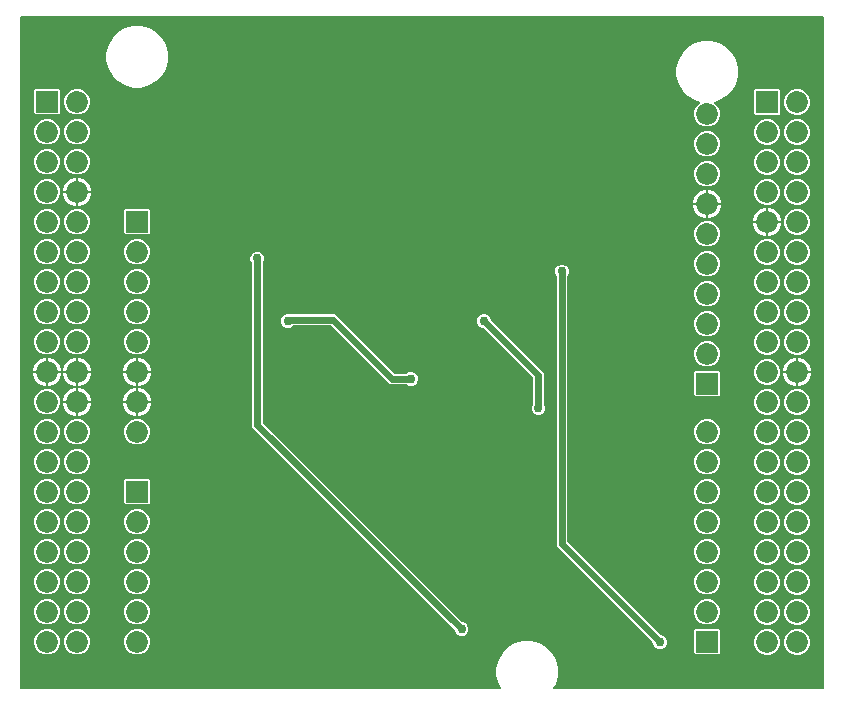
<source format=gbl>
G04 EAGLE Gerber RS-274X export*
G75*
%MOMM*%
%FSLAX34Y34*%
%LPD*%
%INBottom Copper*%
%IPPOS*%
%AMOC8*
5,1,8,0,0,1.08239X$1,22.5*%
G01*
G04 Define Apertures*
%ADD10R,1.850000X1.850000*%
%ADD11C,1.850000*%
%ADD12C,0.756400*%
%ADD13C,0.160000*%
%ADD14C,0.600000*%
G36*
X136925Y117320D02*
X136628Y117260D01*
X-269078Y117260D01*
X-269353Y117311D01*
X-269608Y117475D01*
X-269780Y117725D01*
X-269840Y118022D01*
X-269840Y686178D01*
X-269789Y686453D01*
X-269625Y686708D01*
X-269375Y686880D01*
X-269078Y686940D01*
X409678Y686940D01*
X409953Y686889D01*
X410208Y686725D01*
X410380Y686475D01*
X410440Y686178D01*
X410440Y118022D01*
X410389Y117747D01*
X410225Y117492D01*
X409975Y117320D01*
X409678Y117260D01*
X182372Y117260D01*
X182013Y117350D01*
X181779Y117544D01*
X181640Y117813D01*
X181616Y118115D01*
X181712Y118403D01*
X183761Y121951D01*
X185535Y128572D01*
X185535Y135428D01*
X183761Y142049D01*
X180333Y147986D01*
X175486Y152833D01*
X169549Y156261D01*
X162928Y158035D01*
X156072Y158035D01*
X149451Y156261D01*
X143514Y152833D01*
X138667Y147986D01*
X135239Y142049D01*
X133465Y135428D01*
X133465Y128572D01*
X135239Y121951D01*
X137288Y118403D01*
X137389Y118046D01*
X137338Y117747D01*
X137175Y117492D01*
X136925Y117320D01*
G37*
%LPC*%
G36*
X-174128Y626665D02*
X-167272Y626665D01*
X-160651Y628439D01*
X-154714Y631867D01*
X-149867Y636714D01*
X-146439Y642651D01*
X-144665Y649272D01*
X-144665Y656128D01*
X-146439Y662749D01*
X-149867Y668686D01*
X-154714Y673533D01*
X-160651Y676961D01*
X-167272Y678735D01*
X-174128Y678735D01*
X-180749Y676961D01*
X-186686Y673533D01*
X-191533Y668686D01*
X-194961Y662749D01*
X-196735Y656128D01*
X-196735Y649272D01*
X-194961Y642651D01*
X-191533Y636714D01*
X-186686Y631867D01*
X-180749Y628439D01*
X-174128Y626665D01*
G37*
G36*
X309757Y593666D02*
X314043Y593666D01*
X318003Y595306D01*
X321034Y598337D01*
X322674Y602297D01*
X322674Y606583D01*
X321034Y610543D01*
X318062Y613514D01*
X317872Y613833D01*
X317843Y614135D01*
X317935Y614424D01*
X318132Y614654D01*
X318404Y614789D01*
X321949Y615739D01*
X327886Y619167D01*
X332733Y624014D01*
X336161Y629951D01*
X337935Y636572D01*
X337935Y643428D01*
X336161Y650049D01*
X332733Y655986D01*
X327886Y660833D01*
X321949Y664261D01*
X315328Y666035D01*
X308472Y666035D01*
X301851Y664261D01*
X295914Y660833D01*
X291067Y655986D01*
X287639Y650049D01*
X285865Y643428D01*
X285865Y636572D01*
X287639Y629951D01*
X291067Y624014D01*
X295914Y619167D01*
X301851Y615739D01*
X305396Y614789D01*
X305720Y614609D01*
X305896Y614362D01*
X305961Y614065D01*
X305905Y613767D01*
X305738Y613514D01*
X302766Y610543D01*
X301126Y606583D01*
X301126Y602297D01*
X302766Y598337D01*
X305797Y595306D01*
X309757Y593666D01*
G37*
G36*
X-223643Y603826D02*
X-219357Y603826D01*
X-215397Y605466D01*
X-212366Y608497D01*
X-210726Y612457D01*
X-210726Y616743D01*
X-212366Y620703D01*
X-215397Y623734D01*
X-219357Y625374D01*
X-223643Y625374D01*
X-227603Y623734D01*
X-230634Y620703D01*
X-232274Y616743D01*
X-232274Y612457D01*
X-230634Y608497D01*
X-227603Y605466D01*
X-223643Y603826D01*
G37*
G36*
X-256781Y603826D02*
X-237019Y603826D01*
X-236126Y604719D01*
X-236126Y624481D01*
X-237019Y625374D01*
X-256781Y625374D01*
X-257674Y624481D01*
X-257674Y604719D01*
X-256781Y603826D01*
G37*
G36*
X352819Y603576D02*
X372581Y603576D01*
X373474Y604469D01*
X373474Y624231D01*
X372581Y625124D01*
X352819Y625124D01*
X351926Y624231D01*
X351926Y604469D01*
X352819Y603576D01*
G37*
G36*
X385957Y603576D02*
X390243Y603576D01*
X394203Y605216D01*
X397234Y608247D01*
X398874Y612207D01*
X398874Y616493D01*
X397234Y620453D01*
X394203Y623484D01*
X390243Y625124D01*
X385957Y625124D01*
X381997Y623484D01*
X378966Y620453D01*
X377326Y616493D01*
X377326Y612207D01*
X378966Y608247D01*
X381997Y605216D01*
X385957Y603576D01*
G37*
G36*
X-223643Y578426D02*
X-219357Y578426D01*
X-215397Y580066D01*
X-212366Y583097D01*
X-210726Y587057D01*
X-210726Y591343D01*
X-212366Y595303D01*
X-215397Y598334D01*
X-219357Y599974D01*
X-223643Y599974D01*
X-227603Y598334D01*
X-230634Y595303D01*
X-232274Y591343D01*
X-232274Y587057D01*
X-230634Y583097D01*
X-227603Y580066D01*
X-223643Y578426D01*
G37*
G36*
X-249043Y578426D02*
X-244757Y578426D01*
X-240797Y580066D01*
X-237766Y583097D01*
X-236126Y587057D01*
X-236126Y591343D01*
X-237766Y595303D01*
X-240797Y598334D01*
X-244757Y599974D01*
X-249043Y599974D01*
X-253003Y598334D01*
X-256034Y595303D01*
X-257674Y591343D01*
X-257674Y587057D01*
X-256034Y583097D01*
X-253003Y580066D01*
X-249043Y578426D01*
G37*
G36*
X385957Y578176D02*
X390243Y578176D01*
X394203Y579816D01*
X397234Y582847D01*
X398874Y586807D01*
X398874Y591093D01*
X397234Y595053D01*
X394203Y598084D01*
X390243Y599724D01*
X385957Y599724D01*
X381997Y598084D01*
X378966Y595053D01*
X377326Y591093D01*
X377326Y586807D01*
X378966Y582847D01*
X381997Y579816D01*
X385957Y578176D01*
G37*
G36*
X360557Y578176D02*
X364843Y578176D01*
X368803Y579816D01*
X371834Y582847D01*
X373474Y586807D01*
X373474Y591093D01*
X371834Y595053D01*
X368803Y598084D01*
X364843Y599724D01*
X360557Y599724D01*
X356597Y598084D01*
X353566Y595053D01*
X351926Y591093D01*
X351926Y586807D01*
X353566Y582847D01*
X356597Y579816D01*
X360557Y578176D01*
G37*
G36*
X309757Y568266D02*
X314043Y568266D01*
X318003Y569906D01*
X321034Y572937D01*
X322674Y576897D01*
X322674Y581183D01*
X321034Y585143D01*
X318003Y588174D01*
X314043Y589814D01*
X309757Y589814D01*
X305797Y588174D01*
X302766Y585143D01*
X301126Y581183D01*
X301126Y576897D01*
X302766Y572937D01*
X305797Y569906D01*
X309757Y568266D01*
G37*
G36*
X-249043Y553026D02*
X-244757Y553026D01*
X-240797Y554666D01*
X-237766Y557697D01*
X-236126Y561657D01*
X-236126Y565943D01*
X-237766Y569903D01*
X-240797Y572934D01*
X-244757Y574574D01*
X-249043Y574574D01*
X-253003Y572934D01*
X-256034Y569903D01*
X-257674Y565943D01*
X-257674Y561657D01*
X-256034Y557697D01*
X-253003Y554666D01*
X-249043Y553026D01*
G37*
G36*
X-223643Y553026D02*
X-219357Y553026D01*
X-215397Y554666D01*
X-212366Y557697D01*
X-210726Y561657D01*
X-210726Y565943D01*
X-212366Y569903D01*
X-215397Y572934D01*
X-219357Y574574D01*
X-223643Y574574D01*
X-227603Y572934D01*
X-230634Y569903D01*
X-232274Y565943D01*
X-232274Y561657D01*
X-230634Y557697D01*
X-227603Y554666D01*
X-223643Y553026D01*
G37*
G36*
X385957Y552776D02*
X390243Y552776D01*
X394203Y554416D01*
X397234Y557447D01*
X398874Y561407D01*
X398874Y565693D01*
X397234Y569653D01*
X394203Y572684D01*
X390243Y574324D01*
X385957Y574324D01*
X381997Y572684D01*
X378966Y569653D01*
X377326Y565693D01*
X377326Y561407D01*
X378966Y557447D01*
X381997Y554416D01*
X385957Y552776D01*
G37*
G36*
X360557Y552776D02*
X364843Y552776D01*
X368803Y554416D01*
X371834Y557447D01*
X373474Y561407D01*
X373474Y565693D01*
X371834Y569653D01*
X368803Y572684D01*
X364843Y574324D01*
X360557Y574324D01*
X356597Y572684D01*
X353566Y569653D01*
X351926Y565693D01*
X351926Y561407D01*
X353566Y557447D01*
X356597Y554416D01*
X360557Y552776D01*
G37*
G36*
X309757Y542866D02*
X314043Y542866D01*
X318003Y544506D01*
X321034Y547537D01*
X322674Y551497D01*
X322674Y555783D01*
X321034Y559743D01*
X318003Y562774D01*
X314043Y564414D01*
X309757Y564414D01*
X305797Y562774D01*
X302766Y559743D01*
X301126Y555783D01*
X301126Y551497D01*
X302766Y547537D01*
X305797Y544506D01*
X309757Y542866D01*
G37*
G36*
X-233290Y539162D02*
X-222262Y539162D01*
X-222262Y550190D01*
X-223845Y550190D01*
X-228179Y548395D01*
X-231495Y545079D01*
X-233290Y540745D01*
X-233290Y539162D01*
G37*
G36*
X-220738Y539162D02*
X-209710Y539162D01*
X-209710Y540745D01*
X-211505Y545079D01*
X-214822Y548395D01*
X-219155Y550190D01*
X-220738Y550190D01*
X-220738Y539162D01*
G37*
G36*
X-249043Y527626D02*
X-244757Y527626D01*
X-240797Y529266D01*
X-237766Y532297D01*
X-236126Y536257D01*
X-236126Y540543D01*
X-237766Y544503D01*
X-240797Y547534D01*
X-244757Y549174D01*
X-249043Y549174D01*
X-253003Y547534D01*
X-256034Y544503D01*
X-257674Y540543D01*
X-257674Y536257D01*
X-256034Y532297D01*
X-253003Y529266D01*
X-249043Y527626D01*
G37*
G36*
X385957Y527376D02*
X390243Y527376D01*
X394203Y529016D01*
X397234Y532047D01*
X398874Y536007D01*
X398874Y540293D01*
X397234Y544253D01*
X394203Y547284D01*
X390243Y548924D01*
X385957Y548924D01*
X381997Y547284D01*
X378966Y544253D01*
X377326Y540293D01*
X377326Y536007D01*
X378966Y532047D01*
X381997Y529016D01*
X385957Y527376D01*
G37*
G36*
X360557Y527376D02*
X364843Y527376D01*
X368803Y529016D01*
X371834Y532047D01*
X373474Y536007D01*
X373474Y540293D01*
X371834Y544253D01*
X368803Y547284D01*
X364843Y548924D01*
X360557Y548924D01*
X356597Y547284D01*
X353566Y544253D01*
X351926Y540293D01*
X351926Y536007D01*
X353566Y532047D01*
X356597Y529016D01*
X360557Y527376D01*
G37*
G36*
X300110Y529002D02*
X311138Y529002D01*
X311138Y540030D01*
X309555Y540030D01*
X305222Y538235D01*
X301905Y534919D01*
X300110Y530585D01*
X300110Y529002D01*
G37*
G36*
X312662Y529002D02*
X323690Y529002D01*
X323690Y530585D01*
X321895Y534919D01*
X318579Y538235D01*
X314245Y540030D01*
X312662Y540030D01*
X312662Y529002D01*
G37*
G36*
X-220738Y526610D02*
X-219155Y526610D01*
X-214822Y528405D01*
X-211505Y531722D01*
X-209710Y536055D01*
X-209710Y537638D01*
X-220738Y537638D01*
X-220738Y526610D01*
G37*
G36*
X-223845Y526610D02*
X-222262Y526610D01*
X-222262Y537638D01*
X-233290Y537638D01*
X-233290Y536055D01*
X-231495Y531722D01*
X-228179Y528405D01*
X-223845Y526610D01*
G37*
G36*
X312662Y516450D02*
X314245Y516450D01*
X318579Y518245D01*
X321895Y521562D01*
X323690Y525895D01*
X323690Y527478D01*
X312662Y527478D01*
X312662Y516450D01*
G37*
G36*
X309555Y516450D02*
X311138Y516450D01*
X311138Y527478D01*
X300110Y527478D01*
X300110Y525895D01*
X301905Y521562D01*
X305222Y518245D01*
X309555Y516450D01*
G37*
G36*
X363462Y513512D02*
X374490Y513512D01*
X374490Y515095D01*
X372695Y519429D01*
X369379Y522745D01*
X365045Y524540D01*
X363462Y524540D01*
X363462Y513512D01*
G37*
G36*
X350910Y513512D02*
X361938Y513512D01*
X361938Y524540D01*
X360355Y524540D01*
X356022Y522745D01*
X352705Y519429D01*
X350910Y515095D01*
X350910Y513512D01*
G37*
G36*
X-249043Y502226D02*
X-244757Y502226D01*
X-240797Y503866D01*
X-237766Y506897D01*
X-236126Y510857D01*
X-236126Y515143D01*
X-237766Y519103D01*
X-240797Y522134D01*
X-244757Y523774D01*
X-249043Y523774D01*
X-253003Y522134D01*
X-256034Y519103D01*
X-257674Y515143D01*
X-257674Y510857D01*
X-256034Y506897D01*
X-253003Y503866D01*
X-249043Y502226D01*
G37*
G36*
X-180581Y502226D02*
X-160819Y502226D01*
X-159926Y503119D01*
X-159926Y522881D01*
X-160819Y523774D01*
X-180581Y523774D01*
X-181474Y522881D01*
X-181474Y503119D01*
X-180581Y502226D01*
G37*
G36*
X-223643Y502226D02*
X-219357Y502226D01*
X-215397Y503866D01*
X-212366Y506897D01*
X-210726Y510857D01*
X-210726Y515143D01*
X-212366Y519103D01*
X-215397Y522134D01*
X-219357Y523774D01*
X-223643Y523774D01*
X-227603Y522134D01*
X-230634Y519103D01*
X-232274Y515143D01*
X-232274Y510857D01*
X-230634Y506897D01*
X-227603Y503866D01*
X-223643Y502226D01*
G37*
G36*
X385957Y501976D02*
X390243Y501976D01*
X394203Y503616D01*
X397234Y506647D01*
X398874Y510607D01*
X398874Y514893D01*
X397234Y518853D01*
X394203Y521884D01*
X390243Y523524D01*
X385957Y523524D01*
X381997Y521884D01*
X378966Y518853D01*
X377326Y514893D01*
X377326Y510607D01*
X378966Y506647D01*
X381997Y503616D01*
X385957Y501976D01*
G37*
G36*
X309757Y492066D02*
X314043Y492066D01*
X318003Y493706D01*
X321034Y496737D01*
X322674Y500697D01*
X322674Y504983D01*
X321034Y508943D01*
X318003Y511974D01*
X314043Y513614D01*
X309757Y513614D01*
X305797Y511974D01*
X302766Y508943D01*
X301126Y504983D01*
X301126Y500697D01*
X302766Y496737D01*
X305797Y493706D01*
X309757Y492066D01*
G37*
G36*
X363462Y500960D02*
X365045Y500960D01*
X369379Y502755D01*
X372695Y506072D01*
X374490Y510405D01*
X374490Y511988D01*
X363462Y511988D01*
X363462Y500960D01*
G37*
G36*
X360355Y500960D02*
X361938Y500960D01*
X361938Y511988D01*
X350910Y511988D01*
X350910Y510405D01*
X352705Y506072D01*
X356022Y502755D01*
X360355Y500960D01*
G37*
G36*
X-172843Y476826D02*
X-168557Y476826D01*
X-164597Y478466D01*
X-161566Y481497D01*
X-159926Y485457D01*
X-159926Y489743D01*
X-161566Y493703D01*
X-164597Y496734D01*
X-168557Y498374D01*
X-172843Y498374D01*
X-176803Y496734D01*
X-179834Y493703D01*
X-181474Y489743D01*
X-181474Y485457D01*
X-179834Y481497D01*
X-176803Y478466D01*
X-172843Y476826D01*
G37*
G36*
X-249043Y476826D02*
X-244757Y476826D01*
X-240797Y478466D01*
X-237766Y481497D01*
X-236126Y485457D01*
X-236126Y489743D01*
X-237766Y493703D01*
X-240797Y496734D01*
X-244757Y498374D01*
X-249043Y498374D01*
X-253003Y496734D01*
X-256034Y493703D01*
X-257674Y489743D01*
X-257674Y485457D01*
X-256034Y481497D01*
X-253003Y478466D01*
X-249043Y476826D01*
G37*
G36*
X-223643Y476826D02*
X-219357Y476826D01*
X-215397Y478466D01*
X-212366Y481497D01*
X-210726Y485457D01*
X-210726Y489743D01*
X-212366Y493703D01*
X-215397Y496734D01*
X-219357Y498374D01*
X-223643Y498374D01*
X-227603Y496734D01*
X-230634Y493703D01*
X-232274Y489743D01*
X-232274Y485457D01*
X-230634Y481497D01*
X-227603Y478466D01*
X-223643Y476826D01*
G37*
G36*
X385957Y476576D02*
X390243Y476576D01*
X394203Y478216D01*
X397234Y481247D01*
X398874Y485207D01*
X398874Y489493D01*
X397234Y493453D01*
X394203Y496484D01*
X390243Y498124D01*
X385957Y498124D01*
X381997Y496484D01*
X378966Y493453D01*
X377326Y489493D01*
X377326Y485207D01*
X378966Y481247D01*
X381997Y478216D01*
X385957Y476576D01*
G37*
G36*
X360557Y476576D02*
X364843Y476576D01*
X368803Y478216D01*
X371834Y481247D01*
X373474Y485207D01*
X373474Y489493D01*
X371834Y493453D01*
X368803Y496484D01*
X364843Y498124D01*
X360557Y498124D01*
X356597Y496484D01*
X353566Y493453D01*
X351926Y489493D01*
X351926Y485207D01*
X353566Y481247D01*
X356597Y478216D01*
X360557Y476576D01*
G37*
G36*
X309757Y466666D02*
X314043Y466666D01*
X318003Y468306D01*
X321034Y471337D01*
X322674Y475297D01*
X322674Y479583D01*
X321034Y483543D01*
X318003Y486574D01*
X314043Y488214D01*
X309757Y488214D01*
X305797Y486574D01*
X302766Y483543D01*
X301126Y479583D01*
X301126Y475297D01*
X302766Y471337D01*
X305797Y468306D01*
X309757Y466666D01*
G37*
G36*
X102850Y162218D02*
X105150Y162218D01*
X107275Y163098D01*
X108902Y164725D01*
X109782Y166850D01*
X109782Y169150D01*
X108902Y171275D01*
X107275Y172902D01*
X105150Y173782D01*
X104932Y173782D01*
X104646Y173838D01*
X104393Y174005D01*
X-64253Y342651D01*
X-64416Y342892D01*
X-64476Y343190D01*
X-64476Y478031D01*
X-64420Y478317D01*
X-64253Y478570D01*
X-64098Y478725D01*
X-63218Y480850D01*
X-63218Y483150D01*
X-64098Y485275D01*
X-65725Y486902D01*
X-67850Y487782D01*
X-70150Y487782D01*
X-72275Y486902D01*
X-73902Y485275D01*
X-74782Y483150D01*
X-74782Y480850D01*
X-73902Y478725D01*
X-73747Y478570D01*
X-73584Y478329D01*
X-73524Y478031D01*
X-73524Y339126D01*
X97995Y167607D01*
X98158Y167366D01*
X98218Y167068D01*
X98218Y166850D01*
X99098Y164725D01*
X100725Y163098D01*
X102850Y162218D01*
G37*
G36*
X270850Y151218D02*
X273150Y151218D01*
X275275Y152098D01*
X276902Y153725D01*
X277782Y155850D01*
X277782Y158150D01*
X276902Y160275D01*
X275275Y161902D01*
X273150Y162782D01*
X272932Y162782D01*
X272646Y162838D01*
X272393Y163005D01*
X193747Y241651D01*
X193584Y241892D01*
X193524Y242190D01*
X193524Y467031D01*
X193580Y467317D01*
X193747Y467570D01*
X193902Y467725D01*
X194782Y469850D01*
X194782Y472150D01*
X193902Y474275D01*
X192275Y475902D01*
X190150Y476782D01*
X187850Y476782D01*
X185725Y475902D01*
X184098Y474275D01*
X183218Y472150D01*
X183218Y469850D01*
X184098Y467725D01*
X184253Y467570D01*
X184416Y467329D01*
X184476Y467031D01*
X184476Y238126D01*
X265995Y156607D01*
X266158Y156366D01*
X266218Y156068D01*
X266218Y155850D01*
X267098Y153725D01*
X268725Y152098D01*
X270850Y151218D01*
G37*
G36*
X-249043Y451426D02*
X-244757Y451426D01*
X-240797Y453066D01*
X-237766Y456097D01*
X-236126Y460057D01*
X-236126Y464343D01*
X-237766Y468303D01*
X-240797Y471334D01*
X-244757Y472974D01*
X-249043Y472974D01*
X-253003Y471334D01*
X-256034Y468303D01*
X-257674Y464343D01*
X-257674Y460057D01*
X-256034Y456097D01*
X-253003Y453066D01*
X-249043Y451426D01*
G37*
G36*
X-172843Y451426D02*
X-168557Y451426D01*
X-164597Y453066D01*
X-161566Y456097D01*
X-159926Y460057D01*
X-159926Y464343D01*
X-161566Y468303D01*
X-164597Y471334D01*
X-168557Y472974D01*
X-172843Y472974D01*
X-176803Y471334D01*
X-179834Y468303D01*
X-181474Y464343D01*
X-181474Y460057D01*
X-179834Y456097D01*
X-176803Y453066D01*
X-172843Y451426D01*
G37*
G36*
X-223643Y451426D02*
X-219357Y451426D01*
X-215397Y453066D01*
X-212366Y456097D01*
X-210726Y460057D01*
X-210726Y464343D01*
X-212366Y468303D01*
X-215397Y471334D01*
X-219357Y472974D01*
X-223643Y472974D01*
X-227603Y471334D01*
X-230634Y468303D01*
X-232274Y464343D01*
X-232274Y460057D01*
X-230634Y456097D01*
X-227603Y453066D01*
X-223643Y451426D01*
G37*
G36*
X360557Y451176D02*
X364843Y451176D01*
X368803Y452816D01*
X371834Y455847D01*
X373474Y459807D01*
X373474Y464093D01*
X371834Y468053D01*
X368803Y471084D01*
X364843Y472724D01*
X360557Y472724D01*
X356597Y471084D01*
X353566Y468053D01*
X351926Y464093D01*
X351926Y459807D01*
X353566Y455847D01*
X356597Y452816D01*
X360557Y451176D01*
G37*
G36*
X385957Y451176D02*
X390243Y451176D01*
X394203Y452816D01*
X397234Y455847D01*
X398874Y459807D01*
X398874Y464093D01*
X397234Y468053D01*
X394203Y471084D01*
X390243Y472724D01*
X385957Y472724D01*
X381997Y471084D01*
X378966Y468053D01*
X377326Y464093D01*
X377326Y459807D01*
X378966Y455847D01*
X381997Y452816D01*
X385957Y451176D01*
G37*
G36*
X309757Y441266D02*
X314043Y441266D01*
X318003Y442906D01*
X321034Y445937D01*
X322674Y449897D01*
X322674Y454183D01*
X321034Y458143D01*
X318003Y461174D01*
X314043Y462814D01*
X309757Y462814D01*
X305797Y461174D01*
X302766Y458143D01*
X301126Y454183D01*
X301126Y449897D01*
X302766Y445937D01*
X305797Y442906D01*
X309757Y441266D01*
G37*
G36*
X-172843Y426026D02*
X-168557Y426026D01*
X-164597Y427666D01*
X-161566Y430697D01*
X-159926Y434657D01*
X-159926Y438943D01*
X-161566Y442903D01*
X-164597Y445934D01*
X-168557Y447574D01*
X-172843Y447574D01*
X-176803Y445934D01*
X-179834Y442903D01*
X-181474Y438943D01*
X-181474Y434657D01*
X-179834Y430697D01*
X-176803Y427666D01*
X-172843Y426026D01*
G37*
G36*
X-223643Y426026D02*
X-219357Y426026D01*
X-215397Y427666D01*
X-212366Y430697D01*
X-210726Y434657D01*
X-210726Y438943D01*
X-212366Y442903D01*
X-215397Y445934D01*
X-219357Y447574D01*
X-223643Y447574D01*
X-227603Y445934D01*
X-230634Y442903D01*
X-232274Y438943D01*
X-232274Y434657D01*
X-230634Y430697D01*
X-227603Y427666D01*
X-223643Y426026D01*
G37*
G36*
X-249043Y426026D02*
X-244757Y426026D01*
X-240797Y427666D01*
X-237766Y430697D01*
X-236126Y434657D01*
X-236126Y438943D01*
X-237766Y442903D01*
X-240797Y445934D01*
X-244757Y447574D01*
X-249043Y447574D01*
X-253003Y445934D01*
X-256034Y442903D01*
X-257674Y438943D01*
X-257674Y434657D01*
X-256034Y430697D01*
X-253003Y427666D01*
X-249043Y426026D01*
G37*
G36*
X385957Y425776D02*
X390243Y425776D01*
X394203Y427416D01*
X397234Y430447D01*
X398874Y434407D01*
X398874Y438693D01*
X397234Y442653D01*
X394203Y445684D01*
X390243Y447324D01*
X385957Y447324D01*
X381997Y445684D01*
X378966Y442653D01*
X377326Y438693D01*
X377326Y434407D01*
X378966Y430447D01*
X381997Y427416D01*
X385957Y425776D01*
G37*
G36*
X360557Y425776D02*
X364843Y425776D01*
X368803Y427416D01*
X371834Y430447D01*
X373474Y434407D01*
X373474Y438693D01*
X371834Y442653D01*
X368803Y445684D01*
X364843Y447324D01*
X360557Y447324D01*
X356597Y445684D01*
X353566Y442653D01*
X351926Y438693D01*
X351926Y434407D01*
X353566Y430447D01*
X356597Y427416D01*
X360557Y425776D01*
G37*
G36*
X309757Y415866D02*
X314043Y415866D01*
X318003Y417506D01*
X321034Y420537D01*
X322674Y424497D01*
X322674Y428783D01*
X321034Y432743D01*
X318003Y435774D01*
X314043Y437414D01*
X309757Y437414D01*
X305797Y435774D01*
X302766Y432743D01*
X301126Y428783D01*
X301126Y424497D01*
X302766Y420537D01*
X305797Y417506D01*
X309757Y415866D01*
G37*
G36*
X167850Y349218D02*
X170150Y349218D01*
X172275Y350098D01*
X173902Y351725D01*
X174782Y353850D01*
X174782Y356150D01*
X173902Y358275D01*
X173747Y358430D01*
X173584Y358671D01*
X173524Y358969D01*
X173524Y384874D01*
X129005Y429393D01*
X128842Y429634D01*
X128782Y429932D01*
X128782Y430150D01*
X127902Y432275D01*
X126275Y433902D01*
X124150Y434782D01*
X121850Y434782D01*
X119725Y433902D01*
X118098Y432275D01*
X117218Y430150D01*
X117218Y427850D01*
X118098Y425725D01*
X119725Y424098D01*
X121850Y423218D01*
X122068Y423218D01*
X122354Y423162D01*
X122607Y422995D01*
X164253Y381349D01*
X164416Y381108D01*
X164476Y380810D01*
X164476Y358969D01*
X164420Y358683D01*
X164253Y358430D01*
X164098Y358275D01*
X163218Y356150D01*
X163218Y353850D01*
X164098Y351725D01*
X165725Y350098D01*
X167850Y349218D01*
G37*
G36*
X59850Y374218D02*
X62150Y374218D01*
X64275Y375098D01*
X65902Y376725D01*
X66782Y378850D01*
X66782Y381150D01*
X65902Y383275D01*
X64275Y384902D01*
X62150Y385782D01*
X59850Y385782D01*
X57725Y384902D01*
X57570Y384747D01*
X57329Y384584D01*
X57031Y384524D01*
X47190Y384524D01*
X46904Y384580D01*
X46651Y384747D01*
X-3126Y434524D01*
X-41075Y434524D01*
X-41367Y434582D01*
X-41850Y434782D01*
X-44150Y434782D01*
X-46275Y433902D01*
X-47902Y432275D01*
X-48782Y430150D01*
X-48782Y427850D01*
X-47902Y425725D01*
X-46275Y424098D01*
X-44150Y423218D01*
X-41850Y423218D01*
X-39725Y424098D01*
X-38570Y425253D01*
X-38329Y425416D01*
X-38031Y425476D01*
X-7190Y425476D01*
X-6904Y425420D01*
X-6651Y425253D01*
X43126Y375476D01*
X57031Y375476D01*
X57317Y375420D01*
X57570Y375253D01*
X57725Y375098D01*
X59850Y374218D01*
G37*
G36*
X-172843Y400626D02*
X-168557Y400626D01*
X-164597Y402266D01*
X-161566Y405297D01*
X-159926Y409257D01*
X-159926Y413543D01*
X-161566Y417503D01*
X-164597Y420534D01*
X-168557Y422174D01*
X-172843Y422174D01*
X-176803Y420534D01*
X-179834Y417503D01*
X-181474Y413543D01*
X-181474Y409257D01*
X-179834Y405297D01*
X-176803Y402266D01*
X-172843Y400626D01*
G37*
G36*
X-223643Y400626D02*
X-219357Y400626D01*
X-215397Y402266D01*
X-212366Y405297D01*
X-210726Y409257D01*
X-210726Y413543D01*
X-212366Y417503D01*
X-215397Y420534D01*
X-219357Y422174D01*
X-223643Y422174D01*
X-227603Y420534D01*
X-230634Y417503D01*
X-232274Y413543D01*
X-232274Y409257D01*
X-230634Y405297D01*
X-227603Y402266D01*
X-223643Y400626D01*
G37*
G36*
X-249043Y400626D02*
X-244757Y400626D01*
X-240797Y402266D01*
X-237766Y405297D01*
X-236126Y409257D01*
X-236126Y413543D01*
X-237766Y417503D01*
X-240797Y420534D01*
X-244757Y422174D01*
X-249043Y422174D01*
X-253003Y420534D01*
X-256034Y417503D01*
X-257674Y413543D01*
X-257674Y409257D01*
X-256034Y405297D01*
X-253003Y402266D01*
X-249043Y400626D01*
G37*
G36*
X360557Y400376D02*
X364843Y400376D01*
X368803Y402016D01*
X371834Y405047D01*
X373474Y409007D01*
X373474Y413293D01*
X371834Y417253D01*
X368803Y420284D01*
X364843Y421924D01*
X360557Y421924D01*
X356597Y420284D01*
X353566Y417253D01*
X351926Y413293D01*
X351926Y409007D01*
X353566Y405047D01*
X356597Y402016D01*
X360557Y400376D01*
G37*
G36*
X385957Y400376D02*
X390243Y400376D01*
X394203Y402016D01*
X397234Y405047D01*
X398874Y409007D01*
X398874Y413293D01*
X397234Y417253D01*
X394203Y420284D01*
X390243Y421924D01*
X385957Y421924D01*
X381997Y420284D01*
X378966Y417253D01*
X377326Y413293D01*
X377326Y409007D01*
X378966Y405047D01*
X381997Y402016D01*
X385957Y400376D01*
G37*
G36*
X309757Y390466D02*
X314043Y390466D01*
X318003Y392106D01*
X321034Y395137D01*
X322674Y399097D01*
X322674Y403383D01*
X321034Y407343D01*
X318003Y410374D01*
X314043Y412014D01*
X309757Y412014D01*
X305797Y410374D01*
X302766Y407343D01*
X301126Y403383D01*
X301126Y399097D01*
X302766Y395137D01*
X305797Y392106D01*
X309757Y390466D01*
G37*
G36*
X-246138Y386762D02*
X-235110Y386762D01*
X-235110Y388345D01*
X-236905Y392679D01*
X-240222Y395995D01*
X-244555Y397790D01*
X-246138Y397790D01*
X-246138Y386762D01*
G37*
G36*
X-220738Y386762D02*
X-209710Y386762D01*
X-209710Y388345D01*
X-211505Y392679D01*
X-214822Y395995D01*
X-219155Y397790D01*
X-220738Y397790D01*
X-220738Y386762D01*
G37*
G36*
X-233290Y386762D02*
X-222262Y386762D01*
X-222262Y397790D01*
X-223845Y397790D01*
X-228179Y395995D01*
X-231495Y392679D01*
X-233290Y388345D01*
X-233290Y386762D01*
G37*
G36*
X-258690Y386762D02*
X-247662Y386762D01*
X-247662Y397790D01*
X-249245Y397790D01*
X-253579Y395995D01*
X-256895Y392679D01*
X-258690Y388345D01*
X-258690Y386762D01*
G37*
G36*
X-182490Y386762D02*
X-171462Y386762D01*
X-171462Y397790D01*
X-173045Y397790D01*
X-177379Y395995D01*
X-180695Y392679D01*
X-182490Y388345D01*
X-182490Y386762D01*
G37*
G36*
X-169938Y386762D02*
X-158910Y386762D01*
X-158910Y388345D01*
X-160705Y392679D01*
X-164022Y395995D01*
X-168355Y397790D01*
X-169938Y397790D01*
X-169938Y386762D01*
G37*
G36*
X376310Y386512D02*
X387338Y386512D01*
X387338Y397540D01*
X385755Y397540D01*
X381422Y395745D01*
X378105Y392429D01*
X376310Y388095D01*
X376310Y386512D01*
G37*
G36*
X388862Y386512D02*
X399890Y386512D01*
X399890Y388095D01*
X398095Y392429D01*
X394779Y395745D01*
X390445Y397540D01*
X388862Y397540D01*
X388862Y386512D01*
G37*
G36*
X360557Y374976D02*
X364843Y374976D01*
X368803Y376616D01*
X371834Y379647D01*
X373474Y383607D01*
X373474Y387893D01*
X371834Y391853D01*
X368803Y394884D01*
X364843Y396524D01*
X360557Y396524D01*
X356597Y394884D01*
X353566Y391853D01*
X351926Y387893D01*
X351926Y383607D01*
X353566Y379647D01*
X356597Y376616D01*
X360557Y374976D01*
G37*
G36*
X302019Y365066D02*
X321781Y365066D01*
X322674Y365959D01*
X322674Y385721D01*
X321781Y386614D01*
X302019Y386614D01*
X301126Y385721D01*
X301126Y365959D01*
X302019Y365066D01*
G37*
G36*
X-223845Y374210D02*
X-222262Y374210D01*
X-222262Y385238D01*
X-233290Y385238D01*
X-233290Y383655D01*
X-231495Y379322D01*
X-228179Y376005D01*
X-223845Y374210D01*
G37*
G36*
X-169938Y374210D02*
X-168355Y374210D01*
X-164022Y376005D01*
X-160705Y379322D01*
X-158910Y383655D01*
X-158910Y385238D01*
X-169938Y385238D01*
X-169938Y374210D01*
G37*
G36*
X-173045Y374210D02*
X-171462Y374210D01*
X-171462Y385238D01*
X-182490Y385238D01*
X-182490Y383655D01*
X-180695Y379322D01*
X-177379Y376005D01*
X-173045Y374210D01*
G37*
G36*
X-220738Y374210D02*
X-219155Y374210D01*
X-214822Y376005D01*
X-211505Y379322D01*
X-209710Y383655D01*
X-209710Y385238D01*
X-220738Y385238D01*
X-220738Y374210D01*
G37*
G36*
X-246138Y374210D02*
X-244555Y374210D01*
X-240222Y376005D01*
X-236905Y379322D01*
X-235110Y383655D01*
X-235110Y385238D01*
X-246138Y385238D01*
X-246138Y374210D01*
G37*
G36*
X-249245Y374210D02*
X-247662Y374210D01*
X-247662Y385238D01*
X-258690Y385238D01*
X-258690Y383655D01*
X-256895Y379322D01*
X-253579Y376005D01*
X-249245Y374210D01*
G37*
G36*
X385755Y373960D02*
X387338Y373960D01*
X387338Y384988D01*
X376310Y384988D01*
X376310Y383405D01*
X378105Y379072D01*
X381422Y375755D01*
X385755Y373960D01*
G37*
G36*
X388862Y373960D02*
X390445Y373960D01*
X394779Y375755D01*
X398095Y379072D01*
X399890Y383405D01*
X399890Y384988D01*
X388862Y384988D01*
X388862Y373960D01*
G37*
G36*
X-169938Y361362D02*
X-158910Y361362D01*
X-158910Y362945D01*
X-160705Y367279D01*
X-164022Y370595D01*
X-168355Y372390D01*
X-169938Y372390D01*
X-169938Y361362D01*
G37*
G36*
X-182490Y361362D02*
X-171462Y361362D01*
X-171462Y372390D01*
X-173045Y372390D01*
X-177379Y370595D01*
X-180695Y367279D01*
X-182490Y362945D01*
X-182490Y361362D01*
G37*
G36*
X-233290Y361362D02*
X-222262Y361362D01*
X-222262Y372390D01*
X-223845Y372390D01*
X-228179Y370595D01*
X-231495Y367279D01*
X-233290Y362945D01*
X-233290Y361362D01*
G37*
G36*
X-220738Y361362D02*
X-209710Y361362D01*
X-209710Y362945D01*
X-211505Y367279D01*
X-214822Y370595D01*
X-219155Y372390D01*
X-220738Y372390D01*
X-220738Y361362D01*
G37*
G36*
X-249043Y349826D02*
X-244757Y349826D01*
X-240797Y351466D01*
X-237766Y354497D01*
X-236126Y358457D01*
X-236126Y362743D01*
X-237766Y366703D01*
X-240797Y369734D01*
X-244757Y371374D01*
X-249043Y371374D01*
X-253003Y369734D01*
X-256034Y366703D01*
X-257674Y362743D01*
X-257674Y358457D01*
X-256034Y354497D01*
X-253003Y351466D01*
X-249043Y349826D01*
G37*
G36*
X360557Y349576D02*
X364843Y349576D01*
X368803Y351216D01*
X371834Y354247D01*
X373474Y358207D01*
X373474Y362493D01*
X371834Y366453D01*
X368803Y369484D01*
X364843Y371124D01*
X360557Y371124D01*
X356597Y369484D01*
X353566Y366453D01*
X351926Y362493D01*
X351926Y358207D01*
X353566Y354247D01*
X356597Y351216D01*
X360557Y349576D01*
G37*
G36*
X385957Y349576D02*
X390243Y349576D01*
X394203Y351216D01*
X397234Y354247D01*
X398874Y358207D01*
X398874Y362493D01*
X397234Y366453D01*
X394203Y369484D01*
X390243Y371124D01*
X385957Y371124D01*
X381997Y369484D01*
X378966Y366453D01*
X377326Y362493D01*
X377326Y358207D01*
X378966Y354247D01*
X381997Y351216D01*
X385957Y349576D01*
G37*
G36*
X-169938Y348810D02*
X-168355Y348810D01*
X-164022Y350605D01*
X-160705Y353922D01*
X-158910Y358255D01*
X-158910Y359838D01*
X-169938Y359838D01*
X-169938Y348810D01*
G37*
G36*
X-173045Y348810D02*
X-171462Y348810D01*
X-171462Y359838D01*
X-182490Y359838D01*
X-182490Y358255D01*
X-180695Y353922D01*
X-177379Y350605D01*
X-173045Y348810D01*
G37*
G36*
X-220738Y348810D02*
X-219155Y348810D01*
X-214822Y350605D01*
X-211505Y353922D01*
X-209710Y358255D01*
X-209710Y359838D01*
X-220738Y359838D01*
X-220738Y348810D01*
G37*
G36*
X-223845Y348810D02*
X-222262Y348810D01*
X-222262Y359838D01*
X-233290Y359838D01*
X-233290Y358255D01*
X-231495Y353922D01*
X-228179Y350605D01*
X-223845Y348810D01*
G37*
G36*
X-172843Y324426D02*
X-168557Y324426D01*
X-164597Y326066D01*
X-161566Y329097D01*
X-159926Y333057D01*
X-159926Y337343D01*
X-161566Y341303D01*
X-164597Y344334D01*
X-168557Y345974D01*
X-172843Y345974D01*
X-176803Y344334D01*
X-179834Y341303D01*
X-181474Y337343D01*
X-181474Y333057D01*
X-179834Y329097D01*
X-176803Y326066D01*
X-172843Y324426D01*
G37*
G36*
X309757Y324426D02*
X314043Y324426D01*
X318003Y326066D01*
X321034Y329097D01*
X322674Y333057D01*
X322674Y337343D01*
X321034Y341303D01*
X318003Y344334D01*
X314043Y345974D01*
X309757Y345974D01*
X305797Y344334D01*
X302766Y341303D01*
X301126Y337343D01*
X301126Y333057D01*
X302766Y329097D01*
X305797Y326066D01*
X309757Y324426D01*
G37*
G36*
X-223643Y324426D02*
X-219357Y324426D01*
X-215397Y326066D01*
X-212366Y329097D01*
X-210726Y333057D01*
X-210726Y337343D01*
X-212366Y341303D01*
X-215397Y344334D01*
X-219357Y345974D01*
X-223643Y345974D01*
X-227603Y344334D01*
X-230634Y341303D01*
X-232274Y337343D01*
X-232274Y333057D01*
X-230634Y329097D01*
X-227603Y326066D01*
X-223643Y324426D01*
G37*
G36*
X-249043Y324426D02*
X-244757Y324426D01*
X-240797Y326066D01*
X-237766Y329097D01*
X-236126Y333057D01*
X-236126Y337343D01*
X-237766Y341303D01*
X-240797Y344334D01*
X-244757Y345974D01*
X-249043Y345974D01*
X-253003Y344334D01*
X-256034Y341303D01*
X-257674Y337343D01*
X-257674Y333057D01*
X-256034Y329097D01*
X-253003Y326066D01*
X-249043Y324426D01*
G37*
G36*
X385957Y324176D02*
X390243Y324176D01*
X394203Y325816D01*
X397234Y328847D01*
X398874Y332807D01*
X398874Y337093D01*
X397234Y341053D01*
X394203Y344084D01*
X390243Y345724D01*
X385957Y345724D01*
X381997Y344084D01*
X378966Y341053D01*
X377326Y337093D01*
X377326Y332807D01*
X378966Y328847D01*
X381997Y325816D01*
X385957Y324176D01*
G37*
G36*
X360557Y324176D02*
X364843Y324176D01*
X368803Y325816D01*
X371834Y328847D01*
X373474Y332807D01*
X373474Y337093D01*
X371834Y341053D01*
X368803Y344084D01*
X364843Y345724D01*
X360557Y345724D01*
X356597Y344084D01*
X353566Y341053D01*
X351926Y337093D01*
X351926Y332807D01*
X353566Y328847D01*
X356597Y325816D01*
X360557Y324176D01*
G37*
G36*
X309757Y299026D02*
X314043Y299026D01*
X318003Y300666D01*
X321034Y303697D01*
X322674Y307657D01*
X322674Y311943D01*
X321034Y315903D01*
X318003Y318934D01*
X314043Y320574D01*
X309757Y320574D01*
X305797Y318934D01*
X302766Y315903D01*
X301126Y311943D01*
X301126Y307657D01*
X302766Y303697D01*
X305797Y300666D01*
X309757Y299026D01*
G37*
G36*
X-223643Y299026D02*
X-219357Y299026D01*
X-215397Y300666D01*
X-212366Y303697D01*
X-210726Y307657D01*
X-210726Y311943D01*
X-212366Y315903D01*
X-215397Y318934D01*
X-219357Y320574D01*
X-223643Y320574D01*
X-227603Y318934D01*
X-230634Y315903D01*
X-232274Y311943D01*
X-232274Y307657D01*
X-230634Y303697D01*
X-227603Y300666D01*
X-223643Y299026D01*
G37*
G36*
X-249043Y299026D02*
X-244757Y299026D01*
X-240797Y300666D01*
X-237766Y303697D01*
X-236126Y307657D01*
X-236126Y311943D01*
X-237766Y315903D01*
X-240797Y318934D01*
X-244757Y320574D01*
X-249043Y320574D01*
X-253003Y318934D01*
X-256034Y315903D01*
X-257674Y311943D01*
X-257674Y307657D01*
X-256034Y303697D01*
X-253003Y300666D01*
X-249043Y299026D01*
G37*
G36*
X360557Y298776D02*
X364843Y298776D01*
X368803Y300416D01*
X371834Y303447D01*
X373474Y307407D01*
X373474Y311693D01*
X371834Y315653D01*
X368803Y318684D01*
X364843Y320324D01*
X360557Y320324D01*
X356597Y318684D01*
X353566Y315653D01*
X351926Y311693D01*
X351926Y307407D01*
X353566Y303447D01*
X356597Y300416D01*
X360557Y298776D01*
G37*
G36*
X385957Y298776D02*
X390243Y298776D01*
X394203Y300416D01*
X397234Y303447D01*
X398874Y307407D01*
X398874Y311693D01*
X397234Y315653D01*
X394203Y318684D01*
X390243Y320324D01*
X385957Y320324D01*
X381997Y318684D01*
X378966Y315653D01*
X377326Y311693D01*
X377326Y307407D01*
X378966Y303447D01*
X381997Y300416D01*
X385957Y298776D01*
G37*
G36*
X309757Y273626D02*
X314043Y273626D01*
X318003Y275266D01*
X321034Y278297D01*
X322674Y282257D01*
X322674Y286543D01*
X321034Y290503D01*
X318003Y293534D01*
X314043Y295174D01*
X309757Y295174D01*
X305797Y293534D01*
X302766Y290503D01*
X301126Y286543D01*
X301126Y282257D01*
X302766Y278297D01*
X305797Y275266D01*
X309757Y273626D01*
G37*
G36*
X-249043Y273626D02*
X-244757Y273626D01*
X-240797Y275266D01*
X-237766Y278297D01*
X-236126Y282257D01*
X-236126Y286543D01*
X-237766Y290503D01*
X-240797Y293534D01*
X-244757Y295174D01*
X-249043Y295174D01*
X-253003Y293534D01*
X-256034Y290503D01*
X-257674Y286543D01*
X-257674Y282257D01*
X-256034Y278297D01*
X-253003Y275266D01*
X-249043Y273626D01*
G37*
G36*
X-223643Y273626D02*
X-219357Y273626D01*
X-215397Y275266D01*
X-212366Y278297D01*
X-210726Y282257D01*
X-210726Y286543D01*
X-212366Y290503D01*
X-215397Y293534D01*
X-219357Y295174D01*
X-223643Y295174D01*
X-227603Y293534D01*
X-230634Y290503D01*
X-232274Y286543D01*
X-232274Y282257D01*
X-230634Y278297D01*
X-227603Y275266D01*
X-223643Y273626D01*
G37*
G36*
X-180581Y273626D02*
X-160819Y273626D01*
X-159926Y274519D01*
X-159926Y294281D01*
X-160819Y295174D01*
X-180581Y295174D01*
X-181474Y294281D01*
X-181474Y274519D01*
X-180581Y273626D01*
G37*
G36*
X385957Y273376D02*
X390243Y273376D01*
X394203Y275016D01*
X397234Y278047D01*
X398874Y282007D01*
X398874Y286293D01*
X397234Y290253D01*
X394203Y293284D01*
X390243Y294924D01*
X385957Y294924D01*
X381997Y293284D01*
X378966Y290253D01*
X377326Y286293D01*
X377326Y282007D01*
X378966Y278047D01*
X381997Y275016D01*
X385957Y273376D01*
G37*
G36*
X360557Y273376D02*
X364843Y273376D01*
X368803Y275016D01*
X371834Y278047D01*
X373474Y282007D01*
X373474Y286293D01*
X371834Y290253D01*
X368803Y293284D01*
X364843Y294924D01*
X360557Y294924D01*
X356597Y293284D01*
X353566Y290253D01*
X351926Y286293D01*
X351926Y282007D01*
X353566Y278047D01*
X356597Y275016D01*
X360557Y273376D01*
G37*
G36*
X309757Y248226D02*
X314043Y248226D01*
X318003Y249866D01*
X321034Y252897D01*
X322674Y256857D01*
X322674Y261143D01*
X321034Y265103D01*
X318003Y268134D01*
X314043Y269774D01*
X309757Y269774D01*
X305797Y268134D01*
X302766Y265103D01*
X301126Y261143D01*
X301126Y256857D01*
X302766Y252897D01*
X305797Y249866D01*
X309757Y248226D01*
G37*
G36*
X-172843Y248226D02*
X-168557Y248226D01*
X-164597Y249866D01*
X-161566Y252897D01*
X-159926Y256857D01*
X-159926Y261143D01*
X-161566Y265103D01*
X-164597Y268134D01*
X-168557Y269774D01*
X-172843Y269774D01*
X-176803Y268134D01*
X-179834Y265103D01*
X-181474Y261143D01*
X-181474Y256857D01*
X-179834Y252897D01*
X-176803Y249866D01*
X-172843Y248226D01*
G37*
G36*
X-223643Y248226D02*
X-219357Y248226D01*
X-215397Y249866D01*
X-212366Y252897D01*
X-210726Y256857D01*
X-210726Y261143D01*
X-212366Y265103D01*
X-215397Y268134D01*
X-219357Y269774D01*
X-223643Y269774D01*
X-227603Y268134D01*
X-230634Y265103D01*
X-232274Y261143D01*
X-232274Y256857D01*
X-230634Y252897D01*
X-227603Y249866D01*
X-223643Y248226D01*
G37*
G36*
X-249043Y248226D02*
X-244757Y248226D01*
X-240797Y249866D01*
X-237766Y252897D01*
X-236126Y256857D01*
X-236126Y261143D01*
X-237766Y265103D01*
X-240797Y268134D01*
X-244757Y269774D01*
X-249043Y269774D01*
X-253003Y268134D01*
X-256034Y265103D01*
X-257674Y261143D01*
X-257674Y256857D01*
X-256034Y252897D01*
X-253003Y249866D01*
X-249043Y248226D01*
G37*
G36*
X385957Y247976D02*
X390243Y247976D01*
X394203Y249616D01*
X397234Y252647D01*
X398874Y256607D01*
X398874Y260893D01*
X397234Y264853D01*
X394203Y267884D01*
X390243Y269524D01*
X385957Y269524D01*
X381997Y267884D01*
X378966Y264853D01*
X377326Y260893D01*
X377326Y256607D01*
X378966Y252647D01*
X381997Y249616D01*
X385957Y247976D01*
G37*
G36*
X360557Y247976D02*
X364843Y247976D01*
X368803Y249616D01*
X371834Y252647D01*
X373474Y256607D01*
X373474Y260893D01*
X371834Y264853D01*
X368803Y267884D01*
X364843Y269524D01*
X360557Y269524D01*
X356597Y267884D01*
X353566Y264853D01*
X351926Y260893D01*
X351926Y256607D01*
X353566Y252647D01*
X356597Y249616D01*
X360557Y247976D01*
G37*
G36*
X309757Y222826D02*
X314043Y222826D01*
X318003Y224466D01*
X321034Y227497D01*
X322674Y231457D01*
X322674Y235743D01*
X321034Y239703D01*
X318003Y242734D01*
X314043Y244374D01*
X309757Y244374D01*
X305797Y242734D01*
X302766Y239703D01*
X301126Y235743D01*
X301126Y231457D01*
X302766Y227497D01*
X305797Y224466D01*
X309757Y222826D01*
G37*
G36*
X-172843Y222826D02*
X-168557Y222826D01*
X-164597Y224466D01*
X-161566Y227497D01*
X-159926Y231457D01*
X-159926Y235743D01*
X-161566Y239703D01*
X-164597Y242734D01*
X-168557Y244374D01*
X-172843Y244374D01*
X-176803Y242734D01*
X-179834Y239703D01*
X-181474Y235743D01*
X-181474Y231457D01*
X-179834Y227497D01*
X-176803Y224466D01*
X-172843Y222826D01*
G37*
G36*
X-249043Y222826D02*
X-244757Y222826D01*
X-240797Y224466D01*
X-237766Y227497D01*
X-236126Y231457D01*
X-236126Y235743D01*
X-237766Y239703D01*
X-240797Y242734D01*
X-244757Y244374D01*
X-249043Y244374D01*
X-253003Y242734D01*
X-256034Y239703D01*
X-257674Y235743D01*
X-257674Y231457D01*
X-256034Y227497D01*
X-253003Y224466D01*
X-249043Y222826D01*
G37*
G36*
X-223643Y222826D02*
X-219357Y222826D01*
X-215397Y224466D01*
X-212366Y227497D01*
X-210726Y231457D01*
X-210726Y235743D01*
X-212366Y239703D01*
X-215397Y242734D01*
X-219357Y244374D01*
X-223643Y244374D01*
X-227603Y242734D01*
X-230634Y239703D01*
X-232274Y235743D01*
X-232274Y231457D01*
X-230634Y227497D01*
X-227603Y224466D01*
X-223643Y222826D01*
G37*
G36*
X385957Y222576D02*
X390243Y222576D01*
X394203Y224216D01*
X397234Y227247D01*
X398874Y231207D01*
X398874Y235493D01*
X397234Y239453D01*
X394203Y242484D01*
X390243Y244124D01*
X385957Y244124D01*
X381997Y242484D01*
X378966Y239453D01*
X377326Y235493D01*
X377326Y231207D01*
X378966Y227247D01*
X381997Y224216D01*
X385957Y222576D01*
G37*
G36*
X360557Y222576D02*
X364843Y222576D01*
X368803Y224216D01*
X371834Y227247D01*
X373474Y231207D01*
X373474Y235493D01*
X371834Y239453D01*
X368803Y242484D01*
X364843Y244124D01*
X360557Y244124D01*
X356597Y242484D01*
X353566Y239453D01*
X351926Y235493D01*
X351926Y231207D01*
X353566Y227247D01*
X356597Y224216D01*
X360557Y222576D01*
G37*
G36*
X-172843Y197426D02*
X-168557Y197426D01*
X-164597Y199066D01*
X-161566Y202097D01*
X-159926Y206057D01*
X-159926Y210343D01*
X-161566Y214303D01*
X-164597Y217334D01*
X-168557Y218974D01*
X-172843Y218974D01*
X-176803Y217334D01*
X-179834Y214303D01*
X-181474Y210343D01*
X-181474Y206057D01*
X-179834Y202097D01*
X-176803Y199066D01*
X-172843Y197426D01*
G37*
G36*
X309757Y197426D02*
X314043Y197426D01*
X318003Y199066D01*
X321034Y202097D01*
X322674Y206057D01*
X322674Y210343D01*
X321034Y214303D01*
X318003Y217334D01*
X314043Y218974D01*
X309757Y218974D01*
X305797Y217334D01*
X302766Y214303D01*
X301126Y210343D01*
X301126Y206057D01*
X302766Y202097D01*
X305797Y199066D01*
X309757Y197426D01*
G37*
G36*
X-223643Y197426D02*
X-219357Y197426D01*
X-215397Y199066D01*
X-212366Y202097D01*
X-210726Y206057D01*
X-210726Y210343D01*
X-212366Y214303D01*
X-215397Y217334D01*
X-219357Y218974D01*
X-223643Y218974D01*
X-227603Y217334D01*
X-230634Y214303D01*
X-232274Y210343D01*
X-232274Y206057D01*
X-230634Y202097D01*
X-227603Y199066D01*
X-223643Y197426D01*
G37*
G36*
X-249043Y197426D02*
X-244757Y197426D01*
X-240797Y199066D01*
X-237766Y202097D01*
X-236126Y206057D01*
X-236126Y210343D01*
X-237766Y214303D01*
X-240797Y217334D01*
X-244757Y218974D01*
X-249043Y218974D01*
X-253003Y217334D01*
X-256034Y214303D01*
X-257674Y210343D01*
X-257674Y206057D01*
X-256034Y202097D01*
X-253003Y199066D01*
X-249043Y197426D01*
G37*
G36*
X385957Y197176D02*
X390243Y197176D01*
X394203Y198816D01*
X397234Y201847D01*
X398874Y205807D01*
X398874Y210093D01*
X397234Y214053D01*
X394203Y217084D01*
X390243Y218724D01*
X385957Y218724D01*
X381997Y217084D01*
X378966Y214053D01*
X377326Y210093D01*
X377326Y205807D01*
X378966Y201847D01*
X381997Y198816D01*
X385957Y197176D01*
G37*
G36*
X360557Y197176D02*
X364843Y197176D01*
X368803Y198816D01*
X371834Y201847D01*
X373474Y205807D01*
X373474Y210093D01*
X371834Y214053D01*
X368803Y217084D01*
X364843Y218724D01*
X360557Y218724D01*
X356597Y217084D01*
X353566Y214053D01*
X351926Y210093D01*
X351926Y205807D01*
X353566Y201847D01*
X356597Y198816D01*
X360557Y197176D01*
G37*
G36*
X-223643Y172026D02*
X-219357Y172026D01*
X-215397Y173666D01*
X-212366Y176697D01*
X-210726Y180657D01*
X-210726Y184943D01*
X-212366Y188903D01*
X-215397Y191934D01*
X-219357Y193574D01*
X-223643Y193574D01*
X-227603Y191934D01*
X-230634Y188903D01*
X-232274Y184943D01*
X-232274Y180657D01*
X-230634Y176697D01*
X-227603Y173666D01*
X-223643Y172026D01*
G37*
G36*
X-249043Y172026D02*
X-244757Y172026D01*
X-240797Y173666D01*
X-237766Y176697D01*
X-236126Y180657D01*
X-236126Y184943D01*
X-237766Y188903D01*
X-240797Y191934D01*
X-244757Y193574D01*
X-249043Y193574D01*
X-253003Y191934D01*
X-256034Y188903D01*
X-257674Y184943D01*
X-257674Y180657D01*
X-256034Y176697D01*
X-253003Y173666D01*
X-249043Y172026D01*
G37*
G36*
X309757Y172026D02*
X314043Y172026D01*
X318003Y173666D01*
X321034Y176697D01*
X322674Y180657D01*
X322674Y184943D01*
X321034Y188903D01*
X318003Y191934D01*
X314043Y193574D01*
X309757Y193574D01*
X305797Y191934D01*
X302766Y188903D01*
X301126Y184943D01*
X301126Y180657D01*
X302766Y176697D01*
X305797Y173666D01*
X309757Y172026D01*
G37*
G36*
X-172843Y172026D02*
X-168557Y172026D01*
X-164597Y173666D01*
X-161566Y176697D01*
X-159926Y180657D01*
X-159926Y184943D01*
X-161566Y188903D01*
X-164597Y191934D01*
X-168557Y193574D01*
X-172843Y193574D01*
X-176803Y191934D01*
X-179834Y188903D01*
X-181474Y184943D01*
X-181474Y180657D01*
X-179834Y176697D01*
X-176803Y173666D01*
X-172843Y172026D01*
G37*
G36*
X385957Y171776D02*
X390243Y171776D01*
X394203Y173416D01*
X397234Y176447D01*
X398874Y180407D01*
X398874Y184693D01*
X397234Y188653D01*
X394203Y191684D01*
X390243Y193324D01*
X385957Y193324D01*
X381997Y191684D01*
X378966Y188653D01*
X377326Y184693D01*
X377326Y180407D01*
X378966Y176447D01*
X381997Y173416D01*
X385957Y171776D01*
G37*
G36*
X360557Y171776D02*
X364843Y171776D01*
X368803Y173416D01*
X371834Y176447D01*
X373474Y180407D01*
X373474Y184693D01*
X371834Y188653D01*
X368803Y191684D01*
X364843Y193324D01*
X360557Y193324D01*
X356597Y191684D01*
X353566Y188653D01*
X351926Y184693D01*
X351926Y180407D01*
X353566Y176447D01*
X356597Y173416D01*
X360557Y171776D01*
G37*
G36*
X-172843Y146626D02*
X-168557Y146626D01*
X-164597Y148266D01*
X-161566Y151297D01*
X-159926Y155257D01*
X-159926Y159543D01*
X-161566Y163503D01*
X-164597Y166534D01*
X-168557Y168174D01*
X-172843Y168174D01*
X-176803Y166534D01*
X-179834Y163503D01*
X-181474Y159543D01*
X-181474Y155257D01*
X-179834Y151297D01*
X-176803Y148266D01*
X-172843Y146626D01*
G37*
G36*
X-223643Y146626D02*
X-219357Y146626D01*
X-215397Y148266D01*
X-212366Y151297D01*
X-210726Y155257D01*
X-210726Y159543D01*
X-212366Y163503D01*
X-215397Y166534D01*
X-219357Y168174D01*
X-223643Y168174D01*
X-227603Y166534D01*
X-230634Y163503D01*
X-232274Y159543D01*
X-232274Y155257D01*
X-230634Y151297D01*
X-227603Y148266D01*
X-223643Y146626D01*
G37*
G36*
X-249043Y146626D02*
X-244757Y146626D01*
X-240797Y148266D01*
X-237766Y151297D01*
X-236126Y155257D01*
X-236126Y159543D01*
X-237766Y163503D01*
X-240797Y166534D01*
X-244757Y168174D01*
X-249043Y168174D01*
X-253003Y166534D01*
X-256034Y163503D01*
X-257674Y159543D01*
X-257674Y155257D01*
X-256034Y151297D01*
X-253003Y148266D01*
X-249043Y146626D01*
G37*
G36*
X302019Y146626D02*
X321781Y146626D01*
X322674Y147519D01*
X322674Y167281D01*
X321781Y168174D01*
X302019Y168174D01*
X301126Y167281D01*
X301126Y147519D01*
X302019Y146626D01*
G37*
G36*
X360557Y146376D02*
X364843Y146376D01*
X368803Y148016D01*
X371834Y151047D01*
X373474Y155007D01*
X373474Y159293D01*
X371834Y163253D01*
X368803Y166284D01*
X364843Y167924D01*
X360557Y167924D01*
X356597Y166284D01*
X353566Y163253D01*
X351926Y159293D01*
X351926Y155007D01*
X353566Y151047D01*
X356597Y148016D01*
X360557Y146376D01*
G37*
G36*
X385957Y146376D02*
X390243Y146376D01*
X394203Y148016D01*
X397234Y151047D01*
X398874Y155007D01*
X398874Y159293D01*
X397234Y163253D01*
X394203Y166284D01*
X390243Y167924D01*
X385957Y167924D01*
X381997Y166284D01*
X378966Y163253D01*
X377326Y159293D01*
X377326Y155007D01*
X378966Y151047D01*
X381997Y148016D01*
X385957Y146376D01*
G37*
%LPD*%
D10*
X-170700Y284400D03*
D11*
X-170700Y259000D03*
X-170700Y233600D03*
X-170700Y208200D03*
X-170700Y182800D03*
X-170700Y157400D03*
D10*
X-170700Y513000D03*
D11*
X-170700Y487600D03*
X-170700Y462200D03*
X-170700Y436800D03*
X-170700Y411400D03*
X-170700Y386000D03*
X-170700Y360600D03*
X-170700Y335200D03*
D10*
X-246900Y614600D03*
D11*
X-221500Y614600D03*
X-246900Y589200D03*
X-221500Y589200D03*
X-246900Y563800D03*
X-221500Y563800D03*
X-246900Y538400D03*
X-221500Y538400D03*
X-246900Y513000D03*
X-221500Y513000D03*
X-246900Y487600D03*
X-221500Y487600D03*
X-246900Y462200D03*
X-221500Y462200D03*
X-246900Y436800D03*
X-221500Y436800D03*
X-246900Y411400D03*
X-221500Y411400D03*
X-246900Y386000D03*
X-221500Y386000D03*
X-246900Y360600D03*
X-221500Y360600D03*
X-246900Y335200D03*
X-221500Y335200D03*
X-246900Y309800D03*
X-221500Y309800D03*
X-246900Y284400D03*
X-221500Y284400D03*
X-246900Y259000D03*
X-221500Y259000D03*
X-246900Y233600D03*
X-221500Y233600D03*
X-246900Y208200D03*
X-221500Y208200D03*
X-246900Y182800D03*
X-221500Y182800D03*
X-246900Y157400D03*
X-221500Y157400D03*
D10*
X311900Y375840D03*
D11*
X311900Y401240D03*
X311900Y426640D03*
X311900Y452040D03*
X311900Y477440D03*
X311900Y502840D03*
X311900Y528240D03*
X311900Y553640D03*
X311900Y579040D03*
X311900Y604440D03*
X311900Y208200D03*
X311900Y233600D03*
X311900Y259000D03*
X311900Y284400D03*
X311900Y309800D03*
X311900Y335200D03*
D10*
X311900Y157400D03*
D11*
X311900Y182800D03*
D10*
X362700Y614350D03*
D11*
X388100Y614350D03*
X362700Y588950D03*
X388100Y588950D03*
X362700Y563550D03*
X388100Y563550D03*
X362700Y538150D03*
X388100Y538150D03*
X362700Y512750D03*
X388100Y512750D03*
X362700Y487350D03*
X388100Y487350D03*
X362700Y461950D03*
X388100Y461950D03*
X362700Y436550D03*
X388100Y436550D03*
X362700Y411150D03*
X388100Y411150D03*
X362700Y385750D03*
X388100Y385750D03*
X362700Y360350D03*
X388100Y360350D03*
X362700Y334950D03*
X388100Y334950D03*
X362700Y309550D03*
X388100Y309550D03*
X362700Y284150D03*
X388100Y284150D03*
X362700Y258750D03*
X388100Y258750D03*
X362700Y233350D03*
X388100Y233350D03*
X362700Y207950D03*
X388100Y207950D03*
X362700Y182550D03*
X388100Y182550D03*
X362700Y157150D03*
X388100Y157150D03*
D12*
X-1000Y314000D03*
D13*
X150000Y468000D02*
X151000Y469000D01*
D12*
X151000Y469000D03*
X-37000Y479000D03*
X-43000Y429000D03*
D14*
X45000Y380000D02*
X61000Y380000D01*
X45000Y380000D02*
X-5000Y430000D01*
X-42000Y430000D01*
X-43000Y429000D01*
D12*
X61000Y380000D03*
X123000Y429000D03*
D14*
X169000Y383000D02*
X169000Y355000D01*
X169000Y383000D02*
X123000Y429000D01*
D12*
X169000Y355000D03*
X189000Y471000D03*
D14*
X189000Y240000D02*
X272000Y157000D01*
D12*
X272000Y157000D03*
D14*
X189000Y240000D02*
X189000Y471000D01*
D12*
X-69000Y482000D03*
D14*
X-69000Y341000D01*
X104000Y168000D01*
D12*
X104000Y168000D03*
M02*

</source>
